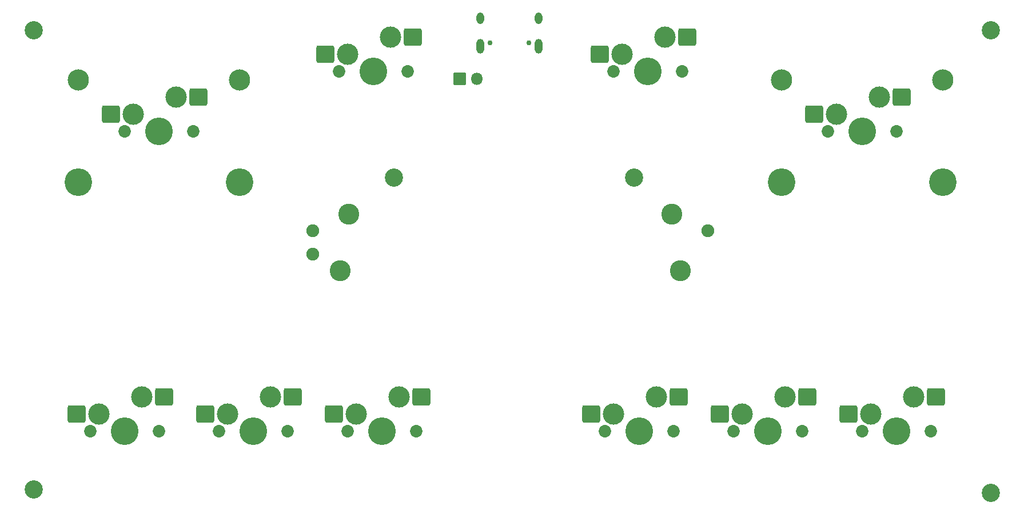
<source format=gbr>
G04 #@! TF.GenerationSoftware,KiCad,Pcbnew,(6.0.5)*
G04 #@! TF.CreationDate,2022-06-09T18:29:16+02:00*
G04 #@! TF.ProjectId,minigeki,6d696e69-6765-46b6-992e-6b696361645f,v3.0*
G04 #@! TF.SameCoordinates,Original*
G04 #@! TF.FileFunction,Soldermask,Bot*
G04 #@! TF.FilePolarity,Negative*
%FSLAX46Y46*%
G04 Gerber Fmt 4.6, Leading zero omitted, Abs format (unit mm)*
G04 Created by KiCad (PCBNEW (6.0.5)) date 2022-06-09 18:29:16*
%MOMM*%
%LPD*%
G01*
G04 APERTURE LIST*
G04 Aperture macros list*
%AMRoundRect*
0 Rectangle with rounded corners*
0 $1 Rounding radius*
0 $2 $3 $4 $5 $6 $7 $8 $9 X,Y pos of 4 corners*
0 Add a 4 corners polygon primitive as box body*
4,1,4,$2,$3,$4,$5,$6,$7,$8,$9,$2,$3,0*
0 Add four circle primitives for the rounded corners*
1,1,$1+$1,$2,$3*
1,1,$1+$1,$4,$5*
1,1,$1+$1,$6,$7*
1,1,$1+$1,$8,$9*
0 Add four rect primitives between the rounded corners*
20,1,$1+$1,$2,$3,$4,$5,0*
20,1,$1+$1,$4,$5,$6,$7,0*
20,1,$1+$1,$6,$7,$8,$9,0*
20,1,$1+$1,$8,$9,$2,$3,0*%
G04 Aperture macros list end*
%ADD10RoundRect,0.051000X0.850000X-0.850000X0.850000X0.850000X-0.850000X0.850000X-0.850000X-0.850000X0*%
%ADD11O,1.802000X1.802000*%
%ADD12C,2.702000*%
%ADD13C,3.150000*%
%ADD14C,4.089800*%
%ADD15C,1.902000*%
%ADD16C,3.102000*%
%ADD17C,3.152000*%
%ADD18C,1.852000*%
%ADD19C,4.102000*%
%ADD20RoundRect,0.301000X-1.025000X-1.000000X1.025000X-1.000000X1.025000X1.000000X-1.025000X1.000000X0*%
%ADD21C,0.752000*%
%ADD22O,1.102000X2.202000*%
%ADD23O,1.102000X1.702000*%
G04 APERTURE END LIST*
D10*
X141722820Y-61871125D03*
D11*
X144262820Y-61871125D03*
D12*
X220333304Y-54610000D03*
D13*
X109081304Y-61976000D03*
D14*
X85205304Y-77186000D03*
X109081304Y-77186000D03*
D13*
X85205304Y-61976000D03*
D15*
X119963304Y-84356000D03*
X119963304Y-87856000D03*
X178463304Y-84356000D03*
D16*
X173113304Y-81906000D03*
X125313304Y-81906000D03*
X124053304Y-90306000D03*
X174373304Y-90306000D03*
D17*
X165723304Y-58166000D03*
D18*
X164453304Y-60706000D03*
X174613304Y-60706000D03*
D17*
X172073304Y-55626000D03*
D19*
X169533304Y-60706000D03*
D20*
X162448304Y-58166000D03*
X175375304Y-55626000D03*
D12*
X167501304Y-76454000D03*
D17*
X99683304Y-64516000D03*
D18*
X92063304Y-69596000D03*
D17*
X93333304Y-67056000D03*
D19*
X97143304Y-69596000D03*
D18*
X102223304Y-69596000D03*
D20*
X90058304Y-67056000D03*
X102985304Y-64516000D03*
D21*
X151987804Y-56514000D03*
X146207804Y-56514000D03*
D22*
X144777804Y-57014000D03*
D23*
X144777804Y-52834000D03*
X153417804Y-52834000D03*
D22*
X153417804Y-57014000D03*
D17*
X132703304Y-108966000D03*
D18*
X125083304Y-114046000D03*
D19*
X130163304Y-114046000D03*
D18*
X135243304Y-114046000D03*
D17*
X126353304Y-111506000D03*
D20*
X123078304Y-111506000D03*
X136005304Y-108966000D03*
D18*
X182233304Y-114046000D03*
X192393304Y-114046000D03*
D17*
X189853304Y-108966000D03*
X183503304Y-111506000D03*
D19*
X187313304Y-114046000D03*
D20*
X180228304Y-111506000D03*
X193155304Y-108966000D03*
D13*
X213221304Y-61976000D03*
X189345304Y-61976000D03*
D14*
X189345304Y-77186000D03*
X213221304Y-77186000D03*
D17*
X94603304Y-108966000D03*
X88253304Y-111506000D03*
D19*
X92063304Y-114046000D03*
D18*
X97143304Y-114046000D03*
X86983304Y-114046000D03*
D20*
X84978304Y-111506000D03*
X97905304Y-108966000D03*
D12*
X131941304Y-76454000D03*
D18*
X106033304Y-114046000D03*
D19*
X111113304Y-114046000D03*
D17*
X107303304Y-111506000D03*
D18*
X116193304Y-114046000D03*
D17*
X113653304Y-108966000D03*
D20*
X104028304Y-111506000D03*
X116955304Y-108966000D03*
D18*
X196203304Y-69596000D03*
D17*
X197473304Y-67056000D03*
D18*
X206363304Y-69596000D03*
D17*
X203823304Y-64516000D03*
D19*
X201283304Y-69596000D03*
D20*
X194198304Y-67056000D03*
X207125304Y-64516000D03*
D12*
X78601304Y-54610000D03*
D17*
X170803304Y-108966000D03*
D18*
X173343304Y-114046000D03*
X163183304Y-114046000D03*
D17*
X164453304Y-111506000D03*
D19*
X168263304Y-114046000D03*
D20*
X161178304Y-111506000D03*
X174105304Y-108966000D03*
D12*
X78601304Y-122682000D03*
D17*
X125083304Y-58166000D03*
D18*
X123813304Y-60706000D03*
X133973304Y-60706000D03*
D19*
X128893304Y-60706000D03*
D17*
X131433304Y-55626000D03*
D20*
X121808304Y-58166000D03*
X134735304Y-55626000D03*
D12*
X220333304Y-123190000D03*
D19*
X206363304Y-114046000D03*
D18*
X211443304Y-114046000D03*
X201283304Y-114046000D03*
D17*
X208903304Y-108966000D03*
X202553304Y-111506000D03*
D20*
X199278304Y-111506000D03*
X212205304Y-108966000D03*
M02*

</source>
